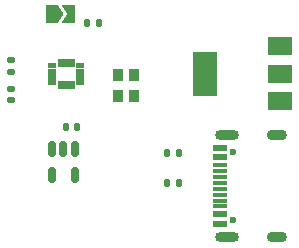
<source format=gbr>
%TF.GenerationSoftware,KiCad,Pcbnew,(6.0.7)*%
%TF.CreationDate,2025-06-10T03:21:35+09:00*%
%TF.ProjectId,AvatarSense,41766174-6172-4536-956e-73652e6b6963,rev?*%
%TF.SameCoordinates,Original*%
%TF.FileFunction,Soldermask,Top*%
%TF.FilePolarity,Negative*%
%FSLAX46Y46*%
G04 Gerber Fmt 4.6, Leading zero omitted, Abs format (unit mm)*
G04 Created by KiCad (PCBNEW (6.0.7)) date 2025-06-10 03:21:35*
%MOMM*%
%LPD*%
G01*
G04 APERTURE LIST*
G04 Aperture macros list*
%AMRoundRect*
0 Rectangle with rounded corners*
0 $1 Rounding radius*
0 $2 $3 $4 $5 $6 $7 $8 $9 X,Y pos of 4 corners*
0 Add a 4 corners polygon primitive as box body*
4,1,4,$2,$3,$4,$5,$6,$7,$8,$9,$2,$3,0*
0 Add four circle primitives for the rounded corners*
1,1,$1+$1,$2,$3*
1,1,$1+$1,$4,$5*
1,1,$1+$1,$6,$7*
1,1,$1+$1,$8,$9*
0 Add four rect primitives between the rounded corners*
20,1,$1+$1,$2,$3,$4,$5,0*
20,1,$1+$1,$4,$5,$6,$7,0*
20,1,$1+$1,$6,$7,$8,$9,0*
20,1,$1+$1,$8,$9,$2,$3,0*%
%AMFreePoly0*
4,1,6,1.000000,0.000000,0.500000,-0.750000,-0.500000,-0.750000,-0.500000,0.750000,0.500000,0.750000,1.000000,0.000000,1.000000,0.000000,$1*%
%AMFreePoly1*
4,1,6,0.500000,-0.750000,-0.650000,-0.750000,-0.150000,0.000000,-0.650000,0.750000,0.500000,0.750000,0.500000,-0.750000,0.500000,-0.750000,$1*%
G04 Aperture macros list end*
%ADD10C,0.010000*%
%ADD11FreePoly0,0.000000*%
%ADD12FreePoly1,0.000000*%
%ADD13C,0.600000*%
%ADD14R,1.160000X0.600000*%
%ADD15R,1.160000X0.300000*%
%ADD16O,2.000000X0.900000*%
%ADD17O,1.700000X0.900000*%
%ADD18RoundRect,0.140000X-0.170000X0.140000X-0.170000X-0.140000X0.170000X-0.140000X0.170000X0.140000X0*%
%ADD19RoundRect,0.135000X0.135000X0.185000X-0.135000X0.185000X-0.135000X-0.185000X0.135000X-0.185000X0*%
%ADD20RoundRect,0.135000X-0.135000X-0.185000X0.135000X-0.185000X0.135000X0.185000X-0.135000X0.185000X0*%
%ADD21RoundRect,0.140000X0.140000X0.170000X-0.140000X0.170000X-0.140000X-0.170000X0.140000X-0.170000X0*%
%ADD22RoundRect,0.150000X-0.150000X0.512500X-0.150000X-0.512500X0.150000X-0.512500X0.150000X0.512500X0*%
%ADD23R,0.900000X1.100000*%
%ADD24RoundRect,0.135000X0.185000X-0.135000X0.185000X0.135000X-0.185000X0.135000X-0.185000X-0.135000X0*%
%ADD25R,2.000000X1.500000*%
%ADD26R,2.000000X3.800000*%
G04 APERTURE END LIST*
%TO.C,U6*%
G36*
X121450000Y-114425000D02*
G01*
X120875000Y-114425000D01*
X120875000Y-114075000D01*
X121450000Y-114075000D01*
X121450000Y-114425000D01*
G37*
D10*
X121450000Y-114425000D02*
X120875000Y-114425000D01*
X120875000Y-114075000D01*
X121450000Y-114075000D01*
X121450000Y-114425000D01*
G36*
X121450000Y-115425000D02*
G01*
X120875000Y-115425000D01*
X120875000Y-115075000D01*
X121450000Y-115075000D01*
X121450000Y-115425000D01*
G37*
X121450000Y-115425000D02*
X120875000Y-115425000D01*
X120875000Y-115075000D01*
X121450000Y-115075000D01*
X121450000Y-115425000D01*
G36*
X119125000Y-115925000D02*
G01*
X118550000Y-115925000D01*
X118550000Y-115575000D01*
X119125000Y-115575000D01*
X119125000Y-115925000D01*
G37*
X119125000Y-115925000D02*
X118550000Y-115925000D01*
X118550000Y-115575000D01*
X119125000Y-115575000D01*
X119125000Y-115925000D01*
G36*
X121450000Y-114925000D02*
G01*
X120875000Y-114925000D01*
X120875000Y-114575000D01*
X121450000Y-114575000D01*
X121450000Y-114925000D01*
G37*
X121450000Y-114925000D02*
X120875000Y-114925000D01*
X120875000Y-114575000D01*
X121450000Y-114575000D01*
X121450000Y-114925000D01*
G36*
X119675000Y-114375000D02*
G01*
X119325000Y-114375000D01*
X119325000Y-113800000D01*
X119675000Y-113800000D01*
X119675000Y-114375000D01*
G37*
X119675000Y-114375000D02*
X119325000Y-114375000D01*
X119325000Y-113800000D01*
X119675000Y-113800000D01*
X119675000Y-114375000D01*
G36*
X119125000Y-114425000D02*
G01*
X118550000Y-114425000D01*
X118550000Y-114075000D01*
X119125000Y-114075000D01*
X119125000Y-114425000D01*
G37*
X119125000Y-114425000D02*
X118550000Y-114425000D01*
X118550000Y-114075000D01*
X119125000Y-114075000D01*
X119125000Y-114425000D01*
G36*
X119125000Y-115425000D02*
G01*
X118550000Y-115425000D01*
X118550000Y-115075000D01*
X119125000Y-115075000D01*
X119125000Y-115425000D01*
G37*
X119125000Y-115425000D02*
X118550000Y-115425000D01*
X118550000Y-115075000D01*
X119125000Y-115075000D01*
X119125000Y-115425000D01*
G36*
X120675000Y-116200000D02*
G01*
X120325000Y-116200000D01*
X120325000Y-115625000D01*
X120675000Y-115625000D01*
X120675000Y-116200000D01*
G37*
X120675000Y-116200000D02*
X120325000Y-116200000D01*
X120325000Y-115625000D01*
X120675000Y-115625000D01*
X120675000Y-116200000D01*
G36*
X119125000Y-114925000D02*
G01*
X118550000Y-114925000D01*
X118550000Y-114575000D01*
X119125000Y-114575000D01*
X119125000Y-114925000D01*
G37*
X119125000Y-114925000D02*
X118550000Y-114925000D01*
X118550000Y-114575000D01*
X119125000Y-114575000D01*
X119125000Y-114925000D01*
G36*
X119675000Y-116200000D02*
G01*
X119325000Y-116200000D01*
X119325000Y-115625000D01*
X119675000Y-115625000D01*
X119675000Y-116200000D01*
G37*
X119675000Y-116200000D02*
X119325000Y-116200000D01*
X119325000Y-115625000D01*
X119675000Y-115625000D01*
X119675000Y-116200000D01*
G36*
X120175000Y-114375000D02*
G01*
X119825000Y-114375000D01*
X119825000Y-113800000D01*
X120175000Y-113800000D01*
X120175000Y-114375000D01*
G37*
X120175000Y-114375000D02*
X119825000Y-114375000D01*
X119825000Y-113800000D01*
X120175000Y-113800000D01*
X120175000Y-114375000D01*
G36*
X120175000Y-116200000D02*
G01*
X119825000Y-116200000D01*
X119825000Y-115625000D01*
X120175000Y-115625000D01*
X120175000Y-116200000D01*
G37*
X120175000Y-116200000D02*
X119825000Y-116200000D01*
X119825000Y-115625000D01*
X120175000Y-115625000D01*
X120175000Y-116200000D01*
G36*
X121450000Y-115925000D02*
G01*
X120875000Y-115925000D01*
X120875000Y-115575000D01*
X121450000Y-115575000D01*
X121450000Y-115925000D01*
G37*
X121450000Y-115925000D02*
X120875000Y-115925000D01*
X120875000Y-115575000D01*
X121450000Y-115575000D01*
X121450000Y-115925000D01*
G36*
X120675000Y-114375000D02*
G01*
X120325000Y-114375000D01*
X120325000Y-113800000D01*
X120675000Y-113800000D01*
X120675000Y-114375000D01*
G37*
X120675000Y-114375000D02*
X120325000Y-114375000D01*
X120325000Y-113800000D01*
X120675000Y-113800000D01*
X120675000Y-114375000D01*
%TD*%
D11*
%TO.C,JP1*%
X118875000Y-110000000D03*
D12*
X120325000Y-110000000D03*
%TD*%
D13*
%TO.C,J3*%
X134175000Y-127390000D03*
X134175000Y-121610000D03*
D14*
X133115000Y-127700000D03*
X133115000Y-126900000D03*
D15*
X133115000Y-125750000D03*
X133115000Y-124750000D03*
X133115000Y-124250000D03*
X133115000Y-123250000D03*
D14*
X133115000Y-122100000D03*
X133115000Y-121300000D03*
X133115000Y-121300000D03*
X133115000Y-122100000D03*
D15*
X133115000Y-122750000D03*
X133115000Y-123750000D03*
X133115000Y-125250000D03*
X133115000Y-126250000D03*
D14*
X133115000Y-126900000D03*
X133115000Y-127700000D03*
D16*
X133695000Y-120180000D03*
D17*
X137865000Y-128820000D03*
X137865000Y-120180000D03*
D16*
X133695000Y-128820000D03*
%TD*%
D18*
%TO.C,C8*%
X115375000Y-116290000D03*
X115375000Y-117250000D03*
%TD*%
D19*
%TO.C,R16*%
X129645000Y-124250000D03*
X128625000Y-124250000D03*
%TD*%
D20*
%TO.C,R14*%
X121855000Y-110750000D03*
X122875000Y-110750000D03*
%TD*%
D21*
%TO.C,C7*%
X120960000Y-119500000D03*
X120000000Y-119500000D03*
%TD*%
D22*
%TO.C,U5*%
X120775000Y-121350000D03*
X119825000Y-121350000D03*
X118875000Y-121350000D03*
X118875000Y-123625000D03*
X120775000Y-123625000D03*
%TD*%
D23*
%TO.C,Y1*%
X125825000Y-116900000D03*
X125825000Y-115100000D03*
X124425000Y-115100000D03*
X124425000Y-116900000D03*
%TD*%
D24*
%TO.C,R13*%
X115375000Y-114885000D03*
X115375000Y-113865000D03*
%TD*%
D19*
%TO.C,R15*%
X129635000Y-121750000D03*
X128615000Y-121750000D03*
%TD*%
D25*
%TO.C,U3*%
X138150000Y-117300000D03*
D26*
X131850000Y-115000000D03*
D25*
X138150000Y-115000000D03*
X138150000Y-112700000D03*
%TD*%
M02*

</source>
